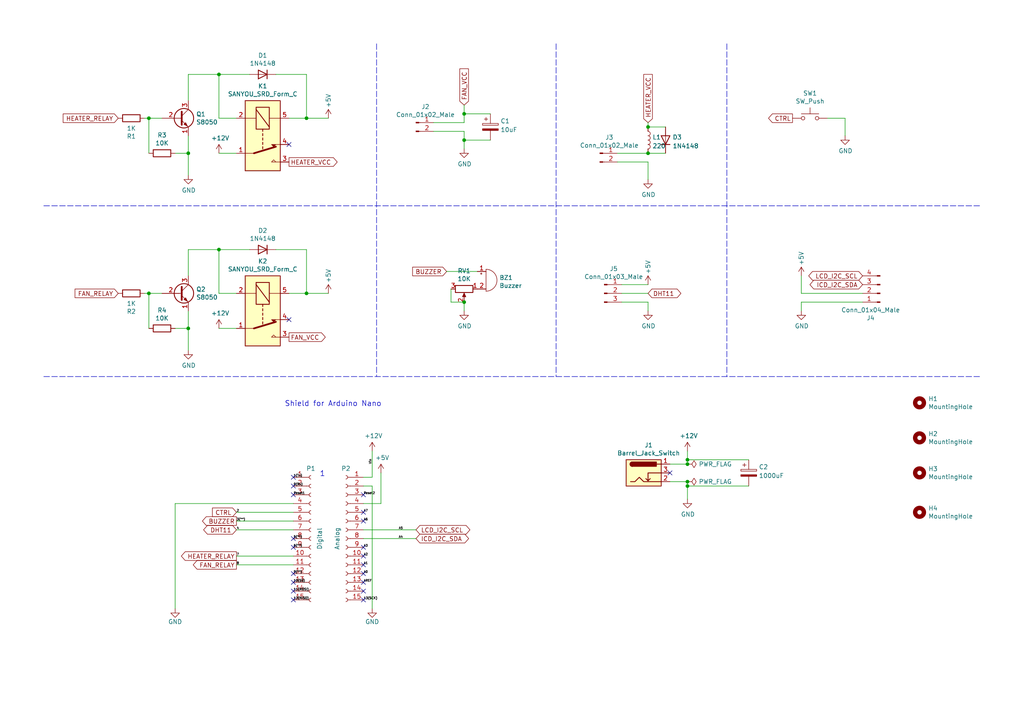
<source format=kicad_sch>
(kicad_sch (version 20211123) (generator eeschema)
  (paper "A4")
  (title_block (date "2021-06-23"))
  (lib_symbols
    (symbol "Connector:Barrel_Jack_Switch" (pin_names hide)
      (property "Reference" "J" (at 0 5.334 0))
      (property "Value" "Barrel_Jack_Switch" (at 0 -5.08 0))
      (symbol "Barrel_Jack_Switch_0_1"
        (rectangle (start -5.08 3.81) (end 5.08 -3.81) (stroke (width 0.254)) (fill (type background)))
        (arc (start -3.302 3.175) (mid -3.937 2.54) (end -3.302 1.905) (stroke (width 0.254)))
        (arc (start -3.302 3.175) (mid -3.937 2.54) (end -3.302 1.905) (stroke (width 0.254)) (fill (type outline)))
        (polyline (pts (xy 1.27 -2.286) (xy 1.905 -1.651)) (stroke (width 0.254)))
        (polyline (pts (xy 5.08 2.54) (xy 3.81 2.54)) (stroke (width 0.254)))
        (polyline (pts (xy 5.08 0) (xy 1.27 0) (xy 1.27 -2.286) (xy 0.635 -1.651)) (stroke (width 0.254)))
        (polyline (pts (xy -3.81 -2.54) (xy -2.54 -2.54) (xy -1.27 -1.27) (xy 0 -2.54) (xy 2.54 -2.54) (xy 5.08 -2.54)) (stroke (width 0.254)))
        (rectangle (start 3.683 3.175) (end -3.302 1.905) (stroke (width 0.254)) (fill (type outline)))
      )
      (symbol "Barrel_Jack_Switch_1_1"
        (pin passive line (at 7.62 2.54 180) (length 2.54) (name "~") (number "1"))
        (pin passive line (at 7.62 -2.54 180) (length 2.54) (name "~") (number "2"))
        (pin passive line (at 7.62 0 180) (length 2.54) (name "~") (number "3"))
      )
    )
    (symbol "Connector:Conn_01x02_Male" (pin_names (offset 1.016) hide)
      (property "Reference" "J" (at 0 2.54 0))
      (property "Value" "Conn_01x02_Male" (at 0 -5.08 0))
      (symbol "Conn_01x02_Male_1_1"
        (polyline (pts (xy 1.27 -2.54) (xy 0.8636 -2.54)) (stroke (width 0.1524)))
        (polyline (pts (xy 1.27 0) (xy 0.8636 0)) (stroke (width 0.1524)))
        (rectangle (start 0.8636 -2.413) (end 0 -2.667) (stroke (width 0.1524)) (fill (type outline)))
        (rectangle (start 0.8636 0.127) (end 0 -0.127) (stroke (width 0.1524)) (fill (type outline)))
        (pin passive line (at 5.08 0 180) (length 3.81) (name "Pin_1") (number "1"))
        (pin passive line (at 5.08 -2.54 180) (length 3.81) (name "Pin_2") (number "2"))
      )
    )
    (symbol "Connector:Conn_01x03_Male" (pin_names (offset 1.016) hide)
      (property "Reference" "J" (at 0 5.08 0))
      (property "Value" "Conn_01x03_Male" (at 0 -5.08 0))
      (symbol "Conn_01x03_Male_1_1"
        (polyline (pts (xy 1.27 -2.54) (xy 0.8636 -2.54)) (stroke (width 0.1524)))
        (polyline (pts (xy 1.27 0) (xy 0.8636 0)) (stroke (width 0.1524)))
        (polyline (pts (xy 1.27 2.54) (xy 0.8636 2.54)) (stroke (width 0.1524)))
        (rectangle (start 0.8636 -2.413) (end 0 -2.667) (stroke (width 0.1524)) (fill (type outline)))
        (rectangle (start 0.8636 0.127) (end 0 -0.127) (stroke (width 0.1524)) (fill (type outline)))
        (rectangle (start 0.8636 2.667) (end 0 2.413) (stroke (width 0.1524)) (fill (type outline)))
        (pin passive line (at 5.08 2.54 180) (length 3.81) (name "Pin_1") (number "1"))
        (pin passive line (at 5.08 0 180) (length 3.81) (name "Pin_2") (number "2"))
        (pin passive line (at 5.08 -2.54 180) (length 3.81) (name "Pin_3") (number "3"))
      )
    )
    (symbol "Connector:Conn_01x04_Male" (pin_names (offset 1.016) hide)
      (property "Reference" "J" (at 0 5.08 0))
      (property "Value" "Conn_01x04_Male" (at 0 -7.62 0))
      (symbol "Conn_01x04_Male_1_1"
        (polyline (pts (xy 1.27 -5.08) (xy 0.8636 -5.08)) (stroke (width 0.1524)))
        (polyline (pts (xy 1.27 -2.54) (xy 0.8636 -2.54)) (stroke (width 0.1524)))
        (polyline (pts (xy 1.27 0) (xy 0.8636 0)) (stroke (width 0.1524)))
        (polyline (pts (xy 1.27 2.54) (xy 0.8636 2.54)) (stroke (width 0.1524)))
        (rectangle (start 0.8636 -4.953) (end 0 -5.207) (stroke (width 0.1524)) (fill (type outline)))
        (rectangle (start 0.8636 -2.413) (end 0 -2.667) (stroke (width 0.1524)) (fill (type outline)))
        (rectangle (start 0.8636 0.127) (end 0 -0.127) (stroke (width 0.1524)) (fill (type outline)))
        (rectangle (start 0.8636 2.667) (end 0 2.413) (stroke (width 0.1524)) (fill (type outline)))
        (pin passive line (at 5.08 2.54 180) (length 3.81) (name "Pin_1") (number "1"))
        (pin passive line (at 5.08 0 180) (length 3.81) (name "Pin_2") (number "2"))
        (pin passive line (at 5.08 -2.54 180) (length 3.81) (name "Pin_3") (number "3"))
        (pin passive line (at 5.08 -5.08 180) (length 3.81) (name "Pin_4") (number "4"))
      )
    )
    (symbol "Connector:Conn_01x15_Female" (pin_names (offset 1.016) hide)
      (property "Reference" "J" (at 0 20.32 0))
      (property "Value" "Conn_01x15_Female" (at 0 -20.32 0))
      (symbol "Conn_01x15_Female_1_1"
        (arc (start 0 -17.272) (mid -0.508 -17.78) (end 0 -18.288) (stroke (width 0.1524)))
        (arc (start 0 -14.732) (mid -0.508 -15.24) (end 0 -15.748) (stroke (width 0.1524)))
        (arc (start 0 -12.192) (mid -0.508 -12.7) (end 0 -13.208) (stroke (width 0.1524)))
        (arc (start 0 -9.652) (mid -0.508 -10.16) (end 0 -10.668) (stroke (width 0.1524)))
        (arc (start 0 -7.112) (mid -0.508 -7.62) (end 0 -8.128) (stroke (width 0.1524)))
        (arc (start 0 -4.572) (mid -0.508 -5.08) (end 0 -5.588) (stroke (width 0.1524)))
        (arc (start 0 -2.032) (mid -0.508 -2.54) (end 0 -3.048) (stroke (width 0.1524)))
        (polyline (pts (xy -1.27 -17.78) (xy -0.508 -17.78)) (stroke (width 0.1524)))
        (polyline (pts (xy -1.27 -15.24) (xy -0.508 -15.24)) (stroke (width 0.1524)))
        (polyline (pts (xy -1.27 -12.7) (xy -0.508 -12.7)) (stroke (width 0.1524)))
        (polyline (pts (xy -1.27 -10.16) (xy -0.508 -10.16)) (stroke (width 0.1524)))
        (polyline (pts (xy -1.27 -7.62) (xy -0.508 -7.62)) (stroke (width 0.1524)))
        (polyline (pts (xy -1.27 -5.08) (xy -0.508 -5.08)) (stroke (width 0.1524)))
        (polyline (pts (xy -1.27 -2.54) (xy -0.508 -2.54)) (stroke (width 0.1524)))
        (polyline (pts (xy -1.27 0) (xy -0.508 0)) (stroke (width 0.1524)))
        (polyline (pts (xy -1.27 2.54) (xy -0.508 2.54)) (stroke (width 0.1524)))
        (polyline (pts (xy -1.27 5.08) (xy -0.508 5.08)) (stroke (width 0.1524)))
        (polyline (pts (xy -1.27 7.62) (xy -0.508 7.62)) (stroke (width 0.1524)))
        (polyline (pts (xy -1.27 10.16) (xy -0.508 10.16)) (stroke (width 0.1524)))
        (polyline (pts (xy -1.27 12.7) (xy -0.508 12.7)) (stroke (width 0.1524)))
        (polyline (pts (xy -1.27 15.24) (xy -0.508 15.24)) (stroke (width 0.1524)))
        (polyline (pts (xy -1.27 17.78) (xy -0.508 17.78)) (stroke (width 0.1524)))
        (arc (start 0 0.508) (mid -0.508 0) (end 0 -0.508) (stroke (width 0.1524)))
        (arc (start 0 3.048) (mid -0.508 2.54) (end 0 2.032) (stroke (width 0.1524)))
        (arc (start 0 5.588) (mid -0.508 5.08) (end 0 4.572) (stroke (width 0.1524)))
        (arc (start 0 8.128) (mid -0.508 7.62) (end 0 7.112) (stroke (width 0.1524)))
        (arc (start 0 10.668) (mid -0.508 10.16) (end 0 9.652) (stroke (width 0.1524)))
        (arc (start 0 13.208) (mid -0.508 12.7) (end 0 12.192) (stroke (width 0.1524)))
        (arc (start 0 15.748) (mid -0.508 15.24) (end 0 14.732) (stroke (width 0.1524)))
        (arc (start 0 18.288) (mid -0.508 17.78) (end 0 17.272) (stroke (width 0.1524)))
        (pin passive line (at -5.08 17.78 0) (length 3.81) (name "Pin_1") (number "1"))
        (pin passive line (at -5.08 -5.08 0) (length 3.81) (name "Pin_10") (number "10"))
        (pin passive line (at -5.08 -7.62 0) (length 3.81) (name "Pin_11") (number "11"))
        (pin passive line (at -5.08 -10.16 0) (length 3.81) (name "Pin_12") (number "12"))
        (pin passive line (at -5.08 -12.7 0) (length 3.81) (name "Pin_13") (number "13"))
        (pin passive line (at -5.08 -15.24 0) (length 3.81) (name "Pin_14") (number "14"))
        (pin passive line (at -5.08 -17.78 0) (length 3.81) (name "Pin_15") (number "15"))
        (pin passive line (at -5.08 15.24 0) (length 3.81) (name "Pin_2") (number "2"))
        (pin passive line (at -5.08 12.7 0) (length 3.81) (name "Pin_3") (number "3"))
        (pin passive line (at -5.08 10.16 0) (length 3.81) (name "Pin_4") (number "4"))
        (pin passive line (at -5.08 7.62 0) (length 3.81) (name "Pin_5") (number "5"))
        (pin passive line (at -5.08 5.08 0) (length 3.81) (name "Pin_6") (number "6"))
        (pin passive line (at -5.08 2.54 0) (length 3.81) (name "Pin_7") (number "7"))
        (pin passive line (at -5.08 0 0) (length 3.81) (name "Pin_8") (number "8"))
        (pin passive line (at -5.08 -2.54 0) (length 3.81) (name "Pin_9") (number "9"))
      )
    )
    (symbol "Device:Buzzer" (pin_names (offset 0.0254) hide)
      (property "Reference" "BZ" (at 3.81 1.27 0))
      (property "Value" "Buzzer" (at 3.81 -1.27 0))
      (symbol "Buzzer_0_1"
        (arc (start 0 -3.175) (mid 3.175 0) (end 0 3.175))
        (polyline (pts (xy -1.651 1.905) (xy -1.143 1.905)))
        (polyline (pts (xy -1.397 2.159) (xy -1.397 1.651)))
        (polyline (pts (xy 0 3.175) (xy 0 -3.175)))
      )
      (symbol "Buzzer_1_1"
        (pin passive line (at -2.54 2.54 0) (length 2.54) (name "-") (number "1"))
        (pin passive line (at -2.54 -2.54 0) (length 2.54) (name "+") (number "2"))
      )
    )
    (symbol "Device:C_Polarized" (pin_numbers hide) (pin_names (offset 0.254))
      (property "Reference" "C" (at 0.635 2.54 0))
      (property "Value" "C_Polarized" (at 0.635 -2.54 0))
      (symbol "C_Polarized_0_1"
        (rectangle (start -2.286 0.508) (end 2.286 1.016))
        (polyline (pts (xy -1.778 2.286) (xy -0.762 2.286)))
        (polyline (pts (xy -1.27 2.794) (xy -1.27 1.778)))
        (rectangle (start 2.286 -0.508) (end -2.286 -1.016) (fill (type outline)))
      )
      (symbol "C_Polarized_1_1"
        (pin passive line (at 0 3.81 270) (length 2.794) (name "~") (number "1"))
        (pin passive line (at 0 -3.81 90) (length 2.794) (name "~") (number "2"))
      )
    )
    (symbol "Device:D" (pin_numbers hide) (pin_names (offset 1.016) hide)
      (property "Reference" "D" (at 0 2.54 0))
      (property "Value" "D" (at 0 -2.54 0))
      (symbol "D_0_1"
        (polyline (pts (xy -1.27 1.27) (xy -1.27 -1.27)) (stroke (width 0.254)))
        (polyline (pts (xy 1.27 0) (xy -1.27 0)))
        (polyline (pts (xy 1.27 1.27) (xy 1.27 -1.27) (xy -1.27 0) (xy 1.27 1.27)) (stroke (width 0.254)))
      )
      (symbol "D_1_1"
        (pin passive line (at -3.81 0 0) (length 2.54) (name "K") (number "1"))
        (pin passive line (at 3.81 0 180) (length 2.54) (name "A") (number "2"))
      )
    )
    (symbol "Device:L" (pin_numbers hide) (pin_names (offset 1.016) hide)
      (property "Reference" "L" (at -1.27 0 90))
      (property "Value" "L" (at 1.905 0 90))
      (symbol "L_0_1"
        (arc (start 0 -2.54) (mid 0.635 -1.905) (end 0 -1.27))
        (arc (start 0 -1.27) (mid 0.635 -0.635) (end 0 0))
        (arc (start 0 0) (mid 0.635 0.635) (end 0 1.27))
        (arc (start 0 1.27) (mid 0.635 1.905) (end 0 2.54))
      )
      (symbol "L_1_1"
        (pin passive line (at 0 3.81 270) (length 1.27) (name "1") (number "1"))
        (pin passive line (at 0 -3.81 90) (length 1.27) (name "2") (number "2"))
      )
    )
    (symbol "Device:R" (pin_numbers hide) (pin_names (offset 0))
      (property "Reference" "R" (at 2.032 0 90))
      (property "Value" "R" (at 0 0 90))
      (symbol "R_0_1"
        (rectangle (start -1.016 -2.54) (end 1.016 2.54) (stroke (width 0.254)))
      )
      (symbol "R_1_1"
        (pin passive line (at 0 3.81 270) (length 1.27) (name "~") (number "1"))
        (pin passive line (at 0 -3.81 90) (length 1.27) (name "~") (number "2"))
      )
    )
    (symbol "Device:R_POT" (pin_names (offset 1.016) hide)
      (property "Reference" "RV" (at -4.445 0 90))
      (property "Value" "Device_R_POT" (at -2.54 0 90))
      (symbol "R_POT_0_1"
        (polyline (pts (xy 2.54 0) (xy 1.524 0)))
        (polyline (pts (xy 1.143 0) (xy 2.286 0.508) (xy 2.286 -0.508) (xy 1.143 0)) (fill (type outline)))
        (rectangle (start 1.016 2.54) (end -1.016 -2.54) (stroke (width 0.254)))
      )
      (symbol "R_POT_1_1"
        (pin passive line (at 0 3.81 270) (length 1.27) (name "1") (number "1"))
        (pin passive line (at 3.81 0 180) (length 1.27) (name "2") (number "2"))
        (pin passive line (at 0 -3.81 90) (length 1.27) (name "3") (number "3"))
      )
    )
    (symbol "Diode:1N4148" (pin_numbers hide) (pin_names (offset 1.016) hide)
      (property "Reference" "D" (at 0 2.54 0))
      (property "Value" "1N4148" (at 0 -2.54 0))
      (symbol "1N4148_0_1"
        (polyline (pts (xy -1.27 1.27) (xy -1.27 -1.27)) (stroke (width 0.254)))
        (polyline (pts (xy 1.27 0) (xy -1.27 0)))
        (polyline (pts (xy 1.27 1.27) (xy 1.27 -1.27) (xy -1.27 0) (xy 1.27 1.27)) (stroke (width 0.254)))
      )
      (symbol "1N4148_1_1"
        (pin passive line (at -3.81 0 0) (length 2.54) (name "K") (number "1"))
        (pin passive line (at 3.81 0 180) (length 2.54) (name "A") (number "2"))
      )
    )
    (symbol "Mechanical:MountingHole" (pin_names (offset 1.016))
      (property "Reference" "H" (at 0 5.08 0))
      (property "Value" "MountingHole" (at 0 3.175 0))
      (symbol "MountingHole_0_1"
        (circle (center 0 0) (radius 1.27) (stroke (width 1.27)))
      )
    )
    (symbol "Relay:SANYOU_SRD_Form_C"
      (property "Reference" "K" (at 11.43 3.81 0))
      (property "Value" "SANYOU_SRD_Form_C" (at 11.43 1.27 0))
      (symbol "SANYOU_SRD_Form_C_0_0"
        (polyline (pts (xy 7.62 5.08) (xy 7.62 2.54) (xy 6.985 3.175) (xy 7.62 3.81)))
      )
      (symbol "SANYOU_SRD_Form_C_0_1"
        (rectangle (start -10.16 5.08) (end 10.16 -5.08) (stroke (width 0.254)) (fill (type background)))
        (rectangle (start -8.255 1.905) (end -1.905 -1.905) (stroke (width 0.254)))
        (polyline (pts (xy -7.62 -1.905) (xy -2.54 1.905)) (stroke (width 0.254)))
        (polyline (pts (xy -5.08 -5.08) (xy -5.08 -1.905)))
        (polyline (pts (xy -5.08 5.08) (xy -5.08 1.905)))
        (polyline (pts (xy -1.905 0) (xy -1.27 0)) (stroke (width 0.254)))
        (polyline (pts (xy -0.635 0) (xy 0 0)) (stroke (width 0.254)))
        (polyline (pts (xy 0.635 0) (xy 1.27 0)) (stroke (width 0.254)))
        (polyline (pts (xy 1.905 0) (xy 2.54 0)) (stroke (width 0.254)))
        (polyline (pts (xy 3.175 0) (xy 3.81 0)) (stroke (width 0.254)))
        (polyline (pts (xy 5.08 -2.54) (xy 3.175 3.81)) (stroke (width 0.508)))
        (polyline (pts (xy 5.08 -2.54) (xy 5.08 -5.08)))
      )
      (symbol "SANYOU_SRD_Form_C_1_1"
        (polyline (pts (xy 2.54 3.81) (xy 3.175 3.175) (xy 2.54 2.54) (xy 2.54 5.08)) (fill (type outline)))
        (pin passive line (at 5.08 -7.62 90) (length 2.54) (name "~") (number "1"))
        (pin passive line (at -5.08 -7.62 90) (length 2.54) (name "~") (number "2"))
        (pin passive line (at 7.62 7.62 270) (length 2.54) (name "~") (number "3"))
        (pin passive line (at 2.54 7.62 270) (length 2.54) (name "~") (number "4"))
        (pin passive line (at -5.08 7.62 270) (length 2.54) (name "~") (number "5"))
      )
    )
    (symbol "Switch:SW_Push" (pin_numbers hide) (pin_names (offset 1.016) hide)
      (property "Reference" "SW" (at 1.27 2.54 0))
      (property "Value" "SW_Push" (at 0 -1.524 0))
      (symbol "SW_Push_0_1"
        (circle (center -2.032 0) (radius 0.508))
        (polyline (pts (xy 0 1.27) (xy 0 3.048)))
        (polyline (pts (xy 2.54 1.27) (xy -2.54 1.27)))
        (circle (center 2.032 0) (radius 0.508))
        (pin passive line (at -5.08 0 0) (length 2.54) (name "1") (number "1"))
        (pin passive line (at 5.08 0 180) (length 2.54) (name "2") (number "2"))
      )
    )
    (symbol "Transistor_BJT:S8050" (pin_names (offset 0) hide)
      (property "Reference" "Q" (at 5.08 1.905 0))
      (property "Value" "S8050" (at 5.08 0 0))
      (symbol "S8050_0_1"
        (polyline (pts (xy 0 0) (xy 0.635 0)))
        (polyline (pts (xy 0.635 0.635) (xy 2.54 2.54)))
        (polyline (pts (xy 0.635 -0.635) (xy 2.54 -2.54) (xy 2.54 -2.54)))
        (polyline (pts (xy 0.635 1.905) (xy 0.635 -1.905) (xy 0.635 -1.905)) (stroke (width 0.508)))
        (polyline (pts (xy 1.27 -1.778) (xy 1.778 -1.27) (xy 2.286 -2.286) (xy 1.27 -1.778) (xy 1.27 -1.778)) (fill (type outline)))
        (circle (center 1.27 0) (radius 2.8194) (stroke (width 0.254)))
      )
      (symbol "S8050_1_1"
        (pin passive line (at 2.54 -5.08 90) (length 2.54) (name "E") (number "1"))
        (pin input line (at -5.08 0 0) (length 5.08) (name "B") (number "2"))
        (pin passive line (at 2.54 5.08 270) (length 2.54) (name "C") (number "3"))
      )
    )
    (symbol "nano-rescue:+12V-power" (power) (pin_names (offset 0))
      (property "Value" "+12V-power" (at 0 3.556 0))
      (symbol "+12V-power_0_1"
        (polyline (pts (xy -0.762 1.27) (xy 0 2.54)))
        (polyline (pts (xy 0 0) (xy 0 2.54)))
        (polyline (pts (xy 0 2.54) (xy 0.762 1.27)))
      )
      (symbol "+12V-power_1_1"
        (pin power_in line (at 0 0 90) (length 0) hide (name "+12V") (number "1"))
      )
    )
    (symbol "power:+5V" (power) (pin_names (offset 0))
      (property "Value" "+5V" (at 0 3.556 0))
      (symbol "+5V_0_1"
        (polyline (pts (xy -0.762 1.27) (xy 0 2.54)))
        (polyline (pts (xy 0 0) (xy 0 2.54)))
        (polyline (pts (xy 0 2.54) (xy 0.762 1.27)))
      )
      (symbol "+5V_1_1"
        (pin power_in line (at 0 0 90) (length 0) hide (name "+5V") (number "1"))
      )
    )
    (symbol "power:GND" (power) (pin_names (offset 0))
      (property "Value" "GND" (at 0 -3.81 0))
      (symbol "GND_0_1"
        (polyline (pts (xy 0 0) (xy 0 -1.27) (xy 1.27 -1.27) (xy 0 -2.54) (xy -1.27 -1.27) (xy 0 -1.27)))
      )
      (symbol "GND_1_1"
        (pin power_in line (at 0 0 270) (length 0) hide (name "GND") (number "1"))
      )
    )
    (symbol "power:PWR_FLAG" (power) (pin_numbers hide) (pin_names (offset 0) hide)
      (property "Value" "PWR_FLAG" (at 0 3.81 0))
      (symbol "PWR_FLAG_0_0"
        (pin power_out line (at 0 0 90) (length 0) (name "pwr") (number "1"))
      )
      (symbol "PWR_FLAG_0_1"
        (polyline (pts (xy 0 0) (xy 0 1.27) (xy -1.016 1.905) (xy 0 2.54) (xy 1.016 1.905) (xy 0 1.27)))
      )
    )
  )
  (junction (at 134.62 87.63))
  (junction (at 88.9 85.09))
  (junction (at 199.39 133.35))
  (junction (at 199.39 134.62))
  (junction (at 43.18 34.29))
  (junction (at 88.9 34.29))
  (junction (at 187.96 36.83))
  (junction (at 134.62 33.02))
  (junction (at 63.5 72.39))
  (junction (at 54.61 95.25))
  (junction (at 54.61 44.45))
  (junction (at 43.18 85.09))
  (junction (at 187.96 44.45))
  (junction (at 199.39 140.97))
  (junction (at 199.39 139.7))
  (junction (at 63.5 21.59))
  (junction (at 134.62 40.64))
  (no_connect (at 85.09 171.45))
  (no_connect (at 85.09 166.37))
  (no_connect (at 83.82 41.91))
  (no_connect (at 83.82 92.71))
  (no_connect (at 105.41 171.45))
  (no_connect (at 85.09 173.99))
  (no_connect (at 85.09 138.43))
  (no_connect (at 85.09 143.51))
  (no_connect (at 105.41 148.59))
  (no_connect (at 85.09 158.75))
  (no_connect (at 85.09 140.97))
  (no_connect (at 105.41 143.51))
  (no_connect (at 85.09 168.91))
  (no_connect (at 105.41 151.13))
  (no_connect (at 105.41 158.75))
  (no_connect (at 194.31 137.16))
  (no_connect (at 105.41 163.83))
  (no_connect (at 105.41 168.91))
  (no_connect (at 105.41 173.99))
  (no_connect (at 105.41 166.37))
  (no_connect (at 105.41 161.29))
  (no_connect (at 85.09 156.21))
  (wire (pts (xy 134.62 87.63) (xy 134.62 90.17)))
  (wire (pts (xy 80.01 72.39) (xy 88.9 72.39)))
  (wire (pts (xy 134.62 38.1) (xy 134.62 40.64)))
  (wire (pts (xy 187.96 46.99) (xy 187.96 52.07)))
  (wire (pts (xy 54.61 90.17) (xy 54.61 95.25)))
  (wire (pts (xy 134.62 40.64) (xy 134.62 43.18)))
  (wire (pts (xy 125.73 35.56) (xy 134.62 35.56)))
  (wire (pts (xy 134.62 33.02) (xy 134.62 30.48)))
  (wire (pts (xy 129.54 78.74) (xy 138.43 78.74)))
  (wire (pts (xy 134.62 35.56) (xy 134.62 33.02)))
  (wire (pts (xy 72.39 21.59) (xy 63.5 21.59)))
  (wire (pts (xy 232.41 87.63) (xy 250.19 87.63)))
  (wire (pts (xy 232.41 90.17) (xy 232.41 87.63)))
  (wire (pts (xy 194.31 139.7) (xy 199.39 139.7)))
  (wire (pts (xy 134.62 33.02) (xy 142.24 33.02)))
  (wire (pts (xy 199.39 130.81) (xy 199.39 133.35)))
  (wire (pts (xy 54.61 39.37) (xy 54.61 44.45)))
  (wire (pts (xy 179.07 44.45) (xy 187.96 44.45)))
  (wire (pts (xy 63.5 34.29) (xy 68.58 34.29)))
  (wire (pts (xy 68.58 163.83) (xy 85.09 163.83)))
  (wire (pts (xy 43.18 44.45) (xy 43.18 34.29)))
  (wire (pts (xy 105.41 156.21) (xy 120.65 156.21)))
  (wire (pts (xy 110.49 146.05) (xy 105.41 146.05)))
  (wire (pts (xy 125.73 38.1) (xy 134.62 38.1)))
  (wire (pts (xy 88.9 72.39) (xy 88.9 85.09)))
  (wire (pts (xy 107.95 130.81) (xy 107.95 138.43)))
  (wire (pts (xy 63.5 85.09) (xy 68.58 85.09)))
  (wire (pts (xy 63.5 21.59) (xy 63.5 34.29)))
  (wire (pts (xy 187.96 35.56) (xy 187.96 36.83)))
  (wire (pts (xy 110.49 137.16) (xy 110.49 146.05)))
  (wire (pts (xy 88.9 34.29) (xy 83.82 34.29)))
  (wire (pts (xy 54.61 80.01) (xy 54.61 72.39)))
  (wire (pts (xy 85.09 161.29) (xy 68.58 161.29)))
  (wire (pts (xy 232.41 85.09) (xy 232.41 80.01)))
  (wire (pts (xy 179.07 46.99) (xy 187.96 46.99)))
  (wire (pts (xy 107.95 140.97) (xy 105.41 140.97)))
  (wire (pts (xy 43.18 95.25) (xy 43.18 85.09)))
  (polyline (pts (xy 210.82 12.7) (xy 210.82 109.22)))
  (wire (pts (xy 180.34 87.63) (xy 187.96 87.63)))
  (wire (pts (xy 80.01 21.59) (xy 88.9 21.59)))
  (wire (pts (xy 50.8 44.45) (xy 54.61 44.45)))
  (wire (pts (xy 199.39 139.7) (xy 199.39 140.97)))
  (wire (pts (xy 54.61 21.59) (xy 63.5 21.59)))
  (wire (pts (xy 63.5 72.39) (xy 63.5 85.09)))
  (wire (pts (xy 107.95 176.53) (xy 107.95 140.97)))
  (wire (pts (xy 43.18 85.09) (xy 46.99 85.09)))
  (wire (pts (xy 240.03 34.29) (xy 245.11 34.29)))
  (wire (pts (xy 63.5 44.45) (xy 68.58 44.45)))
  (polyline (pts (xy 12.7 109.22) (xy 284.48 109.22)))
  (wire (pts (xy 63.5 95.25) (xy 68.58 95.25)))
  (wire (pts (xy 199.39 133.35) (xy 199.39 134.62)))
  (wire (pts (xy 105.41 138.43) (xy 107.95 138.43)))
  (wire (pts (xy 43.18 34.29) (xy 46.99 34.29)))
  (wire (pts (xy 120.65 153.67) (xy 105.41 153.67)))
  (wire (pts (xy 50.8 95.25) (xy 54.61 95.25)))
  (wire (pts (xy 68.58 148.59) (xy 85.09 148.59)))
  (wire (pts (xy 88.9 85.09) (xy 95.25 85.09)))
  (wire (pts (xy 199.39 133.35) (xy 217.17 133.35)))
  (wire (pts (xy 187.96 36.83) (xy 193.04 36.83)))
  (wire (pts (xy 68.58 153.67) (xy 85.09 153.67)))
  (wire (pts (xy 194.31 134.62) (xy 199.39 134.62)))
  (wire (pts (xy 41.91 85.09) (xy 43.18 85.09)))
  (wire (pts (xy 130.81 87.63) (xy 130.81 83.82)))
  (wire (pts (xy 54.61 29.21) (xy 54.61 21.59)))
  (wire (pts (xy 85.09 151.13) (xy 68.58 151.13)))
  (wire (pts (xy 54.61 72.39) (xy 63.5 72.39)))
  (polyline (pts (xy 161.29 12.7) (xy 161.29 109.22)))
  (polyline (pts (xy 12.7 59.69) (xy 284.48 59.69)))
  (wire (pts (xy 134.62 87.63) (xy 130.81 87.63)))
  (wire (pts (xy 88.9 21.59) (xy 88.9 34.29)))
  (wire (pts (xy 85.09 146.05) (xy 50.8 146.05)))
  (wire (pts (xy 199.39 140.97) (xy 217.17 140.97)))
  (wire (pts (xy 134.62 40.64) (xy 142.24 40.64)))
  (wire (pts (xy 54.61 44.45) (xy 54.61 50.8)))
  (wire (pts (xy 187.96 87.63) (xy 187.96 90.17)))
  (wire (pts (xy 250.19 85.09) (xy 232.41 85.09)))
  (wire (pts (xy 72.39 72.39) (xy 63.5 72.39)))
  (wire (pts (xy 245.11 34.29) (xy 245.11 39.37)))
  (wire (pts (xy 187.96 44.45) (xy 193.04 44.45)))
  (polyline (pts (xy 109.22 12.7) (xy 109.22 109.22)))
  (wire (pts (xy 41.91 34.29) (xy 43.18 34.29)))
  (wire (pts (xy 180.34 82.55) (xy 187.96 82.55)))
  (wire (pts (xy 88.9 85.09) (xy 83.82 85.09)))
  (wire (pts (xy 50.8 146.05) (xy 50.8 176.53)))
  (wire (pts (xy 88.9 34.29) (xy 95.25 34.29)))
  (wire (pts (xy 54.61 95.25) (xy 54.61 101.6)))
  (wire (pts (xy 199.39 140.97) (xy 199.39 144.78)))
  (wire (pts (xy 180.34 85.09) (xy 187.96 85.09)))
  (text "Shield for Arduino Nano" (at 82.55 118.11 0) (effects (font (size 1.524 1.524)) (justify left bottom)))
  (text "1" (at 92.71 138.43 0) (effects (font (size 1.524 1.524)) (justify left bottom)))
  (label "0(Rx)" (at 85.09 140.97 0) (effects (font (size 0.635 0.635))))
  (label "Reset2" (at 105.41 143.51 0) (effects (font (size 0.635 0.635))))
  (label "A1" (at 105.41 163.83 0) (effects (font (size 0.635 0.635))))
  (label "A4" (at 115.57 156.21 0) (effects (font (size 0.635 0.635))))
  (label "2" (at 68.58 148.59 0) (effects (font (size 0.635 0.635))))
  (label "8" (at 68.58 163.83 0) (effects (font (size 0.635 0.635))))
  (label "A5" (at 115.57 153.67 0) (effects (font (size 0.635 0.635))))
  (label "A2" (at 105.41 161.29 0) (effects (font (size 0.635 0.635))))
  (label "3(**)" (at 68.58 151.13 0) (effects (font (size 0.635 0.635))))
  (label "5(**)" (at 85.09 156.21 0) (effects (font (size 0.635 0.635))))
  (label "11(MOSI)" (at 85.09 171.45 0) (effects (font (size 0.635 0.635))))
  (label "10(SS)" (at 85.09 168.91 0) (effects (font (size 0.635 0.635))))
  (label "A0" (at 105.41 166.37 0) (effects (font (size 0.635 0.635))))
  (label "12(MISO)" (at 85.09 173.99 0) (effects (font (size 0.635 0.635))))
  (label "13(SCK)" (at 105.41 173.99 0) (effects (font (size 0.635 0.635))))
  (label "AREF" (at 105.41 168.91 0) (effects (font (size 0.635 0.635))))
  (label "4" (at 68.58 153.67 0) (effects (font (size 0.635 0.635))))
  (label "A7" (at 105.41 148.59 0) (effects (font (size 0.635 0.635))))
  (label "7" (at 68.58 161.29 0) (effects (font (size 0.635 0.635))))
  (label "Reset1" (at 85.09 143.51 0) (effects (font (size 0.635 0.635))))
  (label "6(**)" (at 85.09 158.75 0) (effects (font (size 0.635 0.635))))
  (label "A6" (at 105.41 151.13 0) (effects (font (size 0.635 0.635))))
  (label "A3" (at 105.41 158.75 0) (effects (font (size 0.635 0.635))))
  (label "Vin" (at 107.95 134.62 90) (effects (font (size 0.635 0.635))))
  (label "1(Tx)" (at 85.09 138.43 0) (effects (font (size 0.635 0.635))))
  (label "9(**)" (at 85.09 166.37 0) (effects (font (size 0.635 0.635))))
  (global_label "FAN_VCC" (shape input) (at 134.62 30.48 90) (property "Intersheet References" "${INTERSHEET_REFS}" (effects hide)))
  (global_label "CTRL" (shape output) (at 229.87 34.29 180) (property "Intersheet References" "${INTERSHEET_REFS}" (effects hide)))
  (global_label "HEATER_RELAY" (shape input) (at 34.29 34.29 180) (property "Intersheet References" "${INTERSHEET_REFS}" (effects hide)))
  (global_label "DHT11" (shape bidirectional) (at 187.96 85.09 0) (property "Intersheet References" "${INTERSHEET_REFS}" (effects hide)))
  (global_label "BUZZER" (shape input) (at 129.54 78.74 180) (property "Intersheet References" "${INTERSHEET_REFS}" (effects hide)))
  (global_label "HEATER_VCC" (shape output) (at 83.82 46.99 0) (property "Intersheet References" "${INTERSHEET_REFS}" (effects hide)))
  (global_label "LCD_I2C_SCL" (shape bidirectional) (at 250.19 80.01 180) (property "Intersheet References" "${INTERSHEET_REFS}" (effects hide)))
  (global_label "CTRL" (shape input) (at 68.58 148.59 180) (property "Intersheet References" "${INTERSHEET_REFS}" (effects hide)))
  (global_label "FAN_VCC" (shape output) (at 83.82 97.79 0) (property "Intersheet References" "${INTERSHEET_REFS}" (effects hide)))
  (global_label "ICD_I2C_SDA" (shape bidirectional) (at 120.65 156.21 0) (property "Intersheet References" "${INTERSHEET_REFS}" (effects hide)))
  (global_label "HEATER_RELAY" (shape output) (at 68.58 161.29 180) (property "Intersheet References" "${INTERSHEET_REFS}" (effects hide)))
  (global_label "HEATER_VCC" (shape input) (at 187.96 35.56 90) (property "Intersheet References" "${INTERSHEET_REFS}" (effects hide)))
  (global_label "ICD_I2C_SDA" (shape bidirectional) (at 250.19 82.55 180) (property "Intersheet References" "${INTERSHEET_REFS}" (effects hide)))
  (global_label "FAN_RELAY" (shape input) (at 34.29 85.09 180) (property "Intersheet References" "${INTERSHEET_REFS}" (effects hide)))
  (global_label "DHT11" (shape bidirectional) (at 68.58 153.67 180) (property "Intersheet References" "${INTERSHEET_REFS}" (effects hide)))
  (global_label "LCD_I2C_SCL" (shape bidirectional) (at 120.65 153.67 0) (property "Intersheet References" "${INTERSHEET_REFS}" (effects hide)))
  (global_label "FAN_RELAY" (shape output) (at 68.58 163.83 180) (property "Intersheet References" "${INTERSHEET_REFS}" (effects hide)))
  (global_label "BUZZER" (shape output) (at 68.58 151.13 180) (property "Intersheet References" "${INTERSHEET_REFS}" (effects hide)))
  (symbol (lib_id "Connector:Conn_01x15_Female") (at 90.17 156.21 0) (unit 1)
    (property "Reference" "P1" (at 90.17 135.89 0))
    (property "Value" "Digital" (at 92.71 156.21 90))
    (property "Footprint" "Connector_PinSocket_2.54mm:PinSocket_1x15_P2.54mm_Vertical" (effects hide))
  )
  (symbol (lib_id "Connector:Conn_01x15_Female") (at 100.33 156.21 0) (mirror y) (unit 1)
    (property "Reference" "P2" (at 100.33 135.89 0))
    (property "Value" "Analog" (at 97.79 156.21 90))
    (property "Footprint" "Connector_PinSocket_2.54mm:PinSocket_1x15_P2.54mm_Vertical" (effects hide))
  )
  (symbol (lib_id "power:GND") (at 50.8 176.53 0) (unit 1)
    (property "Reference" "#PWR01" (effects hide))
    (property "Value" "GND" (at 50.8 180.34 0))
  )
  (symbol (lib_id "power:GND") (at 107.95 176.53 0) (unit 1)
    (property "Reference" "#PWR02" (effects hide))
    (property "Value" "GND" (at 107.95 180.34 0))
  )
  (symbol (lib_id "Switch:SW_Push") (at 234.95 34.29 0) (unit 1)
    (property "Reference" "SW1" (at 234.95 27.051 0))
    (property "Value" "SW_Push" (at 234.95 29.3624 0))
    (property "Footprint" "Button_Switch_THT:SW_PUSH_6mm" (effects hide))
  )
  (symbol (lib_id "power:GND") (at 245.11 39.37 0) (unit 1)
    (property "Reference" "#PWR014" (effects hide))
    (property "Value" "GND" (at 245.237 43.7642 0))
  )
  (symbol (lib_id "Device:R") (at 38.1 85.09 90) (unit 1)
    (property "Reference" "R2" (at 38.1 90.3478 90))
    (property "Value" "1K" (at 38.1 88.0364 90))
    (property "Footprint" "Resistor_THT:R_Axial_DIN0204_L3.6mm_D1.6mm_P7.62mm_Horizontal" (effects hide))
  )
  (symbol (lib_id "Transistor_BJT:S8050") (at 52.07 85.09 0) (unit 1)
    (property "Reference" "Q2" (at 56.896 83.9216 0) (effects (justify left)))
    (property "Value" "S8050" (at 56.896 86.233 0) (effects (justify left)))
    (property "Footprint" "Package_TO_SOT_THT:TO-92_Inline" (effects hide))
    (property "Datasheet" "http://www.unisonic.com.tw/datasheet/S8050.pdf" (effects hide))
  )
  (symbol (lib_id "Device:R") (at 46.99 95.25 270) (unit 1)
    (property "Reference" "R4" (at 46.99 89.9922 90))
    (property "Value" "10K" (at 46.99 92.3036 90))
    (property "Footprint" "Resistor_THT:R_Axial_DIN0204_L3.6mm_D1.6mm_P7.62mm_Horizontal" (effects hide))
  )
  (symbol (lib_id "power:GND") (at 54.61 101.6 0) (unit 1)
    (property "Reference" "#PWR04" (effects hide))
    (property "Value" "GND" (at 54.737 105.9942 0))
  )
  (symbol (lib_id "Diode:1N4148") (at 76.2 72.39 180) (unit 1)
    (property "Reference" "D2" (at 76.2 66.8782 0))
    (property "Value" "1N4148" (at 76.2 69.1896 0))
    (property "Footprint" "Diode_THT:D_DO-35_SOD27_P7.62mm_Horizontal" (effects hide))
    (property "Datasheet" "https://assets.nexperia.com/documents/data-sheet/1N4148_1N4448.pdf" (effects hide))
  )
  (symbol (lib_id "Relay:SANYOU_SRD_Form_C") (at 76.2 90.17 270) (unit 1)
    (property "Reference" "K2" (at 76.2 75.7682 90))
    (property "Value" "SANYOU_SRD_Form_C" (at 76.2 78.0796 90))
    (property "Footprint" "Relay_THT:Relay_SPDT_SANYOU_SRD_Series_Form_C" (effects hide))
    (property "Datasheet" "http://www.sanyourelay.ca/public/products/pdf/SRD.pdf" (effects hide))
  )
  (symbol (lib_id "nano-rescue:+12V-power") (at 63.5 95.25 0) (unit 1)
    (property "Reference" "#PWR06" (effects hide))
    (property "Value" "+12V" (at 63.881 90.8558 0))
  )
  (symbol (lib_id "Device:R") (at 38.1 34.29 90) (unit 1)
    (property "Reference" "R1" (at 38.1 39.5478 90))
    (property "Value" "1K" (at 38.1 37.2364 90))
    (property "Footprint" "Resistor_THT:R_Axial_DIN0204_L3.6mm_D1.6mm_P7.62mm_Horizontal" (effects hide))
  )
  (symbol (lib_id "Transistor_BJT:S8050") (at 52.07 34.29 0) (unit 1)
    (property "Reference" "Q1" (at 56.896 33.1216 0) (effects (justify left)))
    (property "Value" "S8050" (at 56.896 35.433 0) (effects (justify left)))
    (property "Footprint" "Package_TO_SOT_THT:TO-92_Inline" (effects hide))
    (property "Datasheet" "http://www.unisonic.com.tw/datasheet/S8050.pdf" (effects hide))
  )
  (symbol (lib_id "Device:R") (at 46.99 44.45 270) (unit 1)
    (property "Reference" "R3" (at 46.99 39.1922 90))
    (property "Value" "10K" (at 46.99 41.5036 90))
    (property "Footprint" "Resistor_THT:R_Axial_DIN0204_L3.6mm_D1.6mm_P7.62mm_Horizontal" (effects hide))
  )
  (symbol (lib_id "power:GND") (at 54.61 50.8 0) (unit 1)
    (property "Reference" "#PWR03" (effects hide))
    (property "Value" "GND" (at 54.737 55.1942 0))
  )
  (symbol (lib_id "Diode:1N4148") (at 76.2 21.59 180) (unit 1)
    (property "Reference" "D1" (at 76.2 16.0782 0))
    (property "Value" "1N4148" (at 76.2 18.3896 0))
    (property "Footprint" "Diode_THT:D_DO-35_SOD27_P7.62mm_Horizontal" (effects hide))
    (property "Datasheet" "https://assets.nexperia.com/documents/data-sheet/1N4148_1N4448.pdf" (effects hide))
  )
  (symbol (lib_id "Relay:SANYOU_SRD_Form_C") (at 76.2 39.37 270) (unit 1)
    (property "Reference" "K1" (at 76.2 24.9682 90))
    (property "Value" "SANYOU_SRD_Form_C" (at 76.2 27.2796 90))
    (property "Footprint" "Relay_THT:Relay_SPDT_SANYOU_SRD_Series_Form_C" (effects hide))
    (property "Datasheet" "http://www.sanyourelay.ca/public/products/pdf/SRD.pdf" (effects hide))
  )
  (symbol (lib_id "nano-rescue:+12V-power") (at 63.5 44.45 0) (unit 1)
    (property "Reference" "#PWR05" (effects hide))
    (property "Value" "+12V" (at 63.881 40.0558 0))
  )
  (symbol (lib_id "Connector:Conn_01x02_Male") (at 120.65 35.56 0) (unit 1)
    (property "Reference" "J2" (at 123.3932 30.9626 0))
    (property "Value" "Conn_01x02_Male" (at 123.3932 33.274 0))
    (property "Footprint" "Connector_JST:JST_XH_B2B-XH-AM_1x02_P2.50mm_Vertical" (effects hide))
  )
  (symbol (lib_id "Connector:Conn_01x02_Male") (at 173.99 44.45 0) (unit 1)
    (property "Reference" "J3" (at 176.7332 39.8526 0))
    (property "Value" "Conn_01x02_Male" (at 176.7332 42.164 0))
    (property "Footprint" "Connector_JST:JST_XH_B2B-XH-AM_1x02_P2.50mm_Vertical" (effects hide))
  )
  (symbol (lib_id "power:GND") (at 134.62 43.18 0) (unit 1)
    (property "Reference" "#PWR010" (effects hide))
    (property "Value" "GND" (at 134.747 47.5742 0))
  )
  (symbol (lib_id "power:GND") (at 187.96 52.07 0) (unit 1)
    (property "Reference" "#PWR013" (effects hide))
    (property "Value" "GND" (at 188.087 56.4642 0))
  )
  (symbol (lib_id "Device:Buzzer") (at 140.97 81.28 0) (unit 1)
    (property "Reference" "BZ1" (at 144.8308 80.5434 0) (effects (justify left)))
    (property "Value" "Buzzer" (at 144.8308 82.8548 0) (effects (justify left)))
    (property "Footprint" "Buzzer_Beeper:Buzzer_12x9.5RM7.6" (effects hide))
  )
  (symbol (lib_id "power:GND") (at 134.62 90.17 0) (unit 1)
    (property "Reference" "#PWR09" (effects hide))
    (property "Value" "GND" (at 134.747 94.5642 0))
  )
  (symbol (lib_id "Connector:Conn_01x04_Male") (at 255.27 85.09 180) (unit 1)
    (property "Reference" "J4" (at 252.5268 92.2274 0))
    (property "Value" "Conn_01x04_Male" (at 252.5268 89.916 0))
    (property "Footprint" "Connector_PinHeader_2.54mm:PinHeader_1x04_P2.54mm_Vertical" (effects hide))
  )
  (symbol (lib_id "power:GND") (at 232.41 90.17 0) (unit 1)
    (property "Reference" "#PWR016" (effects hide))
    (property "Value" "GND" (at 232.537 94.5642 0))
  )
  (symbol (lib_id "power:+5V") (at 232.41 80.01 0) (unit 1)
    (property "Reference" "#PWR015" (effects hide))
    (property "Value" "+5V" (at 232.41 74.93 90))
  )
  (symbol (lib_id "power:+5V") (at 110.49 137.16 0) (unit 1)
    (property "Reference" "#PWR08" (effects hide))
    (property "Value" "+5V" (at 110.871 132.7658 0))
  )
  (symbol (lib_id "nano-rescue:+12V-power") (at 199.39 130.81 0) (unit 1)
    (property "Reference" "#PWR07" (effects hide))
    (property "Value" "+12V" (at 199.771 126.4158 0))
  )
  (symbol (lib_id "Connector:Barrel_Jack_Switch") (at 186.69 137.16 0) (unit 1)
    (property "Reference" "J1" (at 188.1378 129.1082 0))
    (property "Value" "Barrel_Jack_Switch" (at 188.1378 131.4196 0))
    (property "Footprint" "Connector_BarrelJack:BarrelJack_Horizontal" (effects hide))
  )
  (symbol (lib_id "power:GND") (at 199.39 144.78 0) (unit 1)
    (property "Reference" "#PWR018" (effects hide))
    (property "Value" "GND" (at 199.517 149.1742 0))
  )
  (symbol (lib_id "power:PWR_FLAG") (at 199.39 134.62 270) (unit 1)
    (property "Reference" "#FLG01" (effects hide))
    (property "Value" "PWR_FLAG" (at 202.6412 134.62 90) (effects (justify left)))
  )
  (symbol (lib_id "power:PWR_FLAG") (at 199.39 139.7 270) (unit 1)
    (property "Reference" "#FLG02" (effects hide))
    (property "Value" "PWR_FLAG" (at 202.6412 139.7 90) (effects (justify left)))
  )
  (symbol (lib_id "nano-rescue:+12V-power") (at 107.95 130.81 0) (unit 1)
    (property "Reference" "#PWR017" (effects hide))
    (property "Value" "+12V" (at 108.331 126.4158 0))
  )
  (symbol (lib_id "Mechanical:MountingHole") (at 266.7 127 0) (unit 1)
    (property "Reference" "H2" (at 269.24 125.8316 0) (effects (justify left)))
    (property "Value" "MountingHole" (at 269.24 128.143 0) (effects (justify left)))
    (property "Footprint" "MountingHole:MountingHole_2.2mm_M2" (effects hide))
  )
  (symbol (lib_id "Mechanical:MountingHole") (at 266.7 137.16 0) (unit 1)
    (property "Reference" "H3" (at 269.24 135.9916 0) (effects (justify left)))
    (property "Value" "MountingHole" (at 269.24 138.303 0) (effects (justify left)))
    (property "Footprint" "MountingHole:MountingHole_2.2mm_M2" (effects hide))
  )
  (symbol (lib_id "Mechanical:MountingHole") (at 266.7 116.84 0) (unit 1)
    (property "Reference" "H1" (at 269.24 115.6716 0) (effects (justify left)))
    (property "Value" "MountingHole" (at 269.24 117.983 0) (effects (justify left)))
    (property "Footprint" "MountingHole:MountingHole_2.2mm_M2" (effects hide))
  )
  (symbol (lib_id "Mechanical:MountingHole") (at 266.7 148.59 0) (unit 1)
    (property "Reference" "H4" (at 269.24 147.4216 0) (effects (justify left)))
    (property "Value" "MountingHole" (at 269.24 149.733 0) (effects (justify left)))
    (property "Footprint" "MountingHole:MountingHole_2.2mm_M2" (effects hide))
  )
  (symbol (lib_id "power:GND") (at 187.96 90.17 0) (unit 1)
    (property "Reference" "#PWR012" (effects hide))
    (property "Value" "GND" (at 188.087 94.5642 0))
  )
  (symbol (lib_id "power:+5V") (at 187.96 82.55 0) (unit 1)
    (property "Reference" "#PWR011" (effects hide))
    (property "Value" "+5V" (at 187.96 77.47 90))
  )
  (symbol (lib_id "Connector:Conn_01x03_Male") (at 175.26 85.09 0) (unit 1)
    (property "Reference" "J5" (at 178.0032 77.9526 0))
    (property "Value" "Conn_01x03_Male" (at 178.0032 80.264 0))
    (property "Footprint" "Connector_PinHeader_2.54mm:PinHeader_1x03_P2.54mm_Vertical" (effects hide))
  )
  (symbol (lib_id "Device:R_POT") (at 134.62 83.82 270) (unit 1)
    (property "Reference" "RV1" (at 134.62 78.5622 90))
    (property "Value" "10K" (at 134.62 80.8736 90))
    (property "Footprint" "Potentiometer_THT:Potentiometer_Runtron_RM-065_Vertical" (effects hide))
  )
  (symbol (lib_id "Device:L") (at 187.96 40.64 0) (unit 1)
    (property "Reference" "L1" (at 189.23 39.8053 0) (effects (justify left)))
    (property "Value" "220" (at 189.23 42.3422 0) (effects (justify left)))
    (property "Footprint" "Inductor_SMD:L_7.3x7.3_H4.5" (effects hide))
  )
  (symbol (lib_id "Device:C_Polarized") (at 217.17 137.16 0) (unit 1)
    (property "Reference" "C2" (at 220.091 135.4363 0) (effects (justify left)))
    (property "Value" "1000uF" (at 220.091 137.9732 0) (effects (justify left)))
  )
  (symbol (lib_id "Device:D") (at 193.04 40.64 90) (unit 1)
    (property "Reference" "D3" (at 195.072 39.8053 90) (effects (justify right)))
    (property "Value" "1N4148" (at 195.072 42.3422 90) (effects (justify right)))
    (property "Footprint" "Diode_THT:D_DO-35_SOD27_P7.62mm_Horizontal" (effects hide))
  )
  (symbol (lib_id "power:+5V") (at 95.25 85.09 0) (unit 1)
    (property "Reference" "#PWR0102" (effects hide))
    (property "Value" "+5V" (at 95.25 80.01 90))
  )
  (symbol (lib_id "Device:C_Polarized") (at 142.24 36.83 0) (unit 1)
    (property "Reference" "C1" (at 145.161 35.1063 0) (effects (justify left)))
    (property "Value" "10uF" (at 145.161 37.6432 0) (effects (justify left)))
    (property "Footprint" "Capacitor_THT:CP_Radial_D5.0mm_P2.00mm" (effects hide))
  )
  (symbol (lib_id "power:+5V") (at 95.25 34.29 0) (unit 1)
    (property "Reference" "#PWR0101" (effects hide))
    (property "Value" "+5V" (at 95.25 29.21 90))
  )
)
</source>
